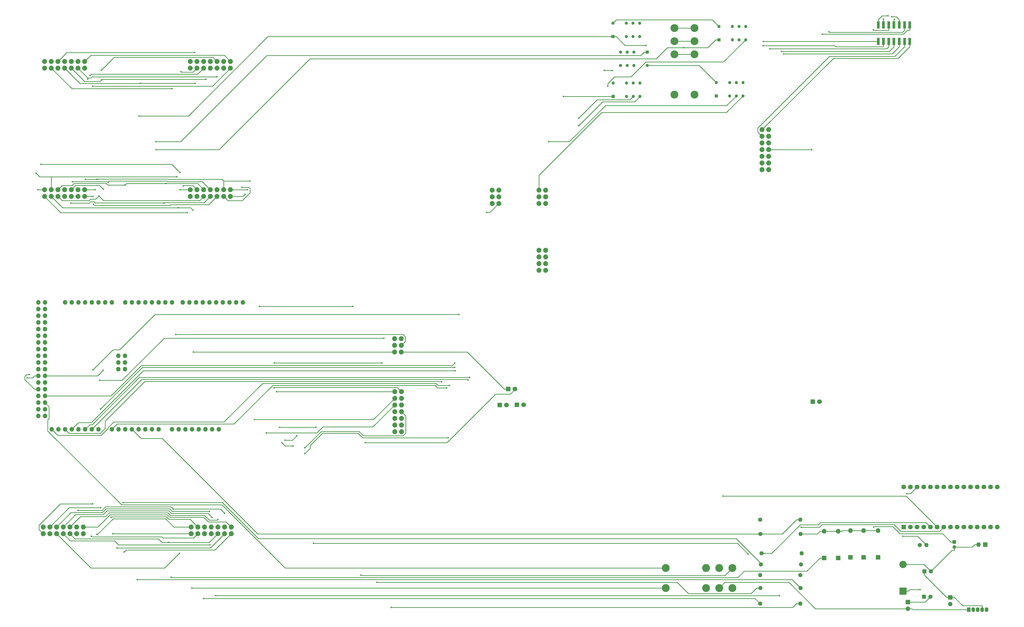
<source format=gbr>
G04 #@! TF.FileFunction,Copper,L1,Top,Signal*
%FSLAX46Y46*%
G04 Gerber Fmt 4.6, Leading zero omitted, Abs format (unit mm)*
G04 Created by KiCad (PCBNEW 4.0.6) date 02/28/20 07:27:54*
%MOMM*%
%LPD*%
G01*
G04 APERTURE LIST*
%ADD10C,0.100000*%
%ADD11O,1.727200X1.727200*%
%ADD12C,1.879600*%
%ADD13R,1.600000X1.600000*%
%ADD14C,1.600000*%
%ADD15R,1.800000X1.800000*%
%ADD16C,1.800000*%
%ADD17O,1.800000X1.800000*%
%ADD18R,2.800000X2.800000*%
%ADD19O,2.800000X2.800000*%
%ADD20R,1.200000X1.200000*%
%ADD21C,1.200000*%
%ADD22R,1.700000X1.700000*%
%ADD23O,1.700000X1.700000*%
%ADD24R,1.350000X1.350000*%
%ADD25O,1.350000X1.350000*%
%ADD26C,3.000000*%
%ADD27R,1.350000X1.800000*%
%ADD28O,1.350000X1.800000*%
%ADD29O,1.600000X1.600000*%
%ADD30R,1.000000X2.750000*%
%ADD31C,0.600000*%
%ADD32C,0.250000*%
G04 APERTURE END LIST*
D10*
D11*
X163932000Y-219456000D03*
X161392000Y-219456000D03*
X161392000Y-216916000D03*
X163932000Y-216916000D03*
X161392000Y-214376000D03*
X176759000Y-242316000D03*
X181839000Y-242316000D03*
X184379000Y-242316000D03*
X186919000Y-242316000D03*
X189459000Y-242316000D03*
X191999000Y-242316000D03*
X194539000Y-242316000D03*
X197079000Y-242316000D03*
X141199000Y-194056000D03*
X143739000Y-194056000D03*
X146279000Y-194056000D03*
X148819000Y-194056000D03*
X151359000Y-194056000D03*
X153899000Y-194056000D03*
X156439000Y-194056000D03*
X158979000Y-194056000D03*
X164059000Y-194056000D03*
X166599000Y-194056000D03*
X169139000Y-194056000D03*
X171679000Y-194056000D03*
X174219000Y-194056000D03*
X176759000Y-194056000D03*
X179299000Y-194056000D03*
X181839000Y-194056000D03*
X201143000Y-194056000D03*
X185903000Y-194056000D03*
X188443000Y-194056000D03*
X190983000Y-194056000D03*
X208763000Y-194056000D03*
X206223000Y-194056000D03*
X203683000Y-194056000D03*
X198603000Y-194056000D03*
X196063000Y-194056000D03*
X193523000Y-194056000D03*
X199619000Y-242316000D03*
X174219000Y-242316000D03*
X171679000Y-242316000D03*
X169139000Y-242316000D03*
X166599000Y-242316000D03*
X164059000Y-242316000D03*
X161519000Y-242316000D03*
X158979000Y-242316000D03*
X153899000Y-242316000D03*
X151359000Y-242316000D03*
X148819000Y-242316000D03*
X146279000Y-242316000D03*
X143739000Y-242316000D03*
X141199000Y-242316000D03*
X138659000Y-242316000D03*
X136119000Y-242316000D03*
X133579000Y-194056000D03*
X131039000Y-194056000D03*
X133579000Y-196596000D03*
X131039000Y-196596000D03*
X133579000Y-199136000D03*
X131039000Y-199136000D03*
X133579000Y-201676000D03*
X131039000Y-201676000D03*
X133579000Y-204216000D03*
X131039000Y-204216000D03*
X133579000Y-206756000D03*
X131039000Y-206756000D03*
X133579000Y-209296000D03*
X131039000Y-209296000D03*
X133579000Y-211836000D03*
X131039000Y-211836000D03*
X133579000Y-214376000D03*
X131039000Y-214376000D03*
X133579000Y-216916000D03*
X131039000Y-216916000D03*
X133579000Y-219456000D03*
X131039000Y-219456000D03*
X133579000Y-221996000D03*
X131039000Y-221996000D03*
X133579000Y-224536000D03*
X131039000Y-224536000D03*
X133579000Y-227076000D03*
X131039000Y-227076000D03*
X133579000Y-229616000D03*
X131039000Y-229616000D03*
X133579000Y-232156000D03*
X131039000Y-232156000D03*
X133579000Y-234696000D03*
X131039000Y-234696000D03*
X133579000Y-237236000D03*
X131039000Y-237236000D03*
X163932000Y-214376000D03*
D12*
X133400000Y-102400000D03*
X133400000Y-104940000D03*
X135940000Y-102400000D03*
X135940000Y-104940000D03*
X138480000Y-102400000D03*
X138480000Y-104940000D03*
X141020000Y-102400000D03*
X141020000Y-104940000D03*
X143560000Y-102400000D03*
X143560000Y-104940000D03*
X146100000Y-102400000D03*
X146100000Y-104940000D03*
X148640000Y-102400000D03*
X148640000Y-104940000D03*
X188800000Y-102400000D03*
X188800000Y-104940000D03*
X191340000Y-102400000D03*
X191340000Y-104940000D03*
X193880000Y-102400000D03*
X193880000Y-104940000D03*
X196420000Y-102400000D03*
X196420000Y-104940000D03*
X198960000Y-102400000D03*
X198960000Y-104940000D03*
X201500000Y-102400000D03*
X201500000Y-104940000D03*
X204040000Y-102400000D03*
X204040000Y-104940000D03*
X188800000Y-151200000D03*
X188800000Y-153740000D03*
X191340000Y-151200000D03*
X191340000Y-153740000D03*
X193880000Y-151200000D03*
X193880000Y-153740000D03*
X196420000Y-151200000D03*
X196420000Y-153740000D03*
X198960000Y-151200000D03*
X198960000Y-153740000D03*
X201500000Y-151200000D03*
X201500000Y-153740000D03*
X204040000Y-151200000D03*
X204040000Y-153740000D03*
X133400000Y-151200000D03*
X133400000Y-153740000D03*
X135940000Y-151200000D03*
X135940000Y-153740000D03*
X138480000Y-151200000D03*
X138480000Y-153740000D03*
X141020000Y-151200000D03*
X141020000Y-153740000D03*
X143560000Y-151200000D03*
X143560000Y-153740000D03*
X146100000Y-151200000D03*
X146100000Y-153740000D03*
X148640000Y-151200000D03*
X148640000Y-153740000D03*
X148100000Y-282000000D03*
X148100000Y-279460000D03*
X145560000Y-282000000D03*
X145560000Y-279460000D03*
X143020000Y-282000000D03*
X143020000Y-279460000D03*
X140480000Y-282000000D03*
X140480000Y-279460000D03*
X137940000Y-282000000D03*
X137940000Y-279460000D03*
X135400000Y-282000000D03*
X135400000Y-279460000D03*
X132860000Y-282000000D03*
X132860000Y-279460000D03*
X204343000Y-282000000D03*
X204343000Y-279460000D03*
X201803000Y-282000000D03*
X201803000Y-279460000D03*
X199263000Y-282000000D03*
X199263000Y-279460000D03*
X196723000Y-282000000D03*
X196723000Y-279460000D03*
X194183000Y-282000000D03*
X194183000Y-279460000D03*
X191643000Y-282000000D03*
X191643000Y-279460000D03*
X189103000Y-282000000D03*
X189103000Y-279460000D03*
X269000000Y-243200000D03*
X266460000Y-243200000D03*
X269000000Y-240660000D03*
X266460000Y-240660000D03*
X269000000Y-238120000D03*
X266460000Y-238120000D03*
X269000000Y-235580000D03*
X266460000Y-235580000D03*
X269000000Y-233040000D03*
X266460000Y-233040000D03*
X269000000Y-230500000D03*
X266460000Y-230500000D03*
X269000000Y-227960000D03*
X266460000Y-227960000D03*
X408600000Y-143600000D03*
X406060000Y-143600000D03*
X408600000Y-141060000D03*
X406060000Y-141060000D03*
X408600000Y-138520000D03*
X406060000Y-138520000D03*
X408600000Y-135980000D03*
X406060000Y-135980000D03*
X408600000Y-133440000D03*
X406060000Y-133440000D03*
X408600000Y-130900000D03*
X406060000Y-130900000D03*
X408600000Y-128360000D03*
X406060000Y-128360000D03*
X323800000Y-156400000D03*
X321260000Y-156400000D03*
X323800000Y-153860000D03*
X321260000Y-153860000D03*
X323800000Y-151320000D03*
X321260000Y-151320000D03*
X306000000Y-156400000D03*
X303460000Y-156400000D03*
X306000000Y-153860000D03*
X303460000Y-153860000D03*
X306000000Y-151320000D03*
X303460000Y-151320000D03*
X323800000Y-181800000D03*
X321260000Y-181800000D03*
X323800000Y-179260000D03*
X321260000Y-179260000D03*
X323800000Y-176720000D03*
X321260000Y-176720000D03*
X323800000Y-174180000D03*
X321260000Y-174180000D03*
D13*
X467538000Y-305918000D03*
D14*
X470038000Y-305918000D03*
D13*
X467716000Y-296316000D03*
D14*
X470216000Y-296316000D03*
D15*
X312852000Y-232995000D03*
D16*
X315392000Y-232995000D03*
D15*
X429616000Y-291236000D03*
D17*
X429616000Y-281076000D03*
D15*
X434975000Y-291186000D03*
D17*
X434975000Y-281026000D03*
D15*
X450113000Y-290957000D03*
D17*
X450113000Y-280797000D03*
D15*
X444627000Y-290957000D03*
D17*
X444627000Y-280797000D03*
D15*
X425298000Y-231800000D03*
D16*
X427838000Y-231800000D03*
D18*
X459613000Y-303809000D03*
D19*
X459613000Y-293649000D03*
D15*
X439598000Y-290957000D03*
D17*
X439598000Y-280797000D03*
D15*
X309601000Y-226924000D03*
D16*
X312141000Y-226924000D03*
D15*
X306350000Y-233071000D03*
D16*
X308890000Y-233071000D03*
D20*
X388622000Y-115519000D03*
D21*
X388622000Y-110439000D03*
X393702000Y-115519000D03*
X398782000Y-110439000D03*
X396242000Y-115519000D03*
X398782000Y-115519000D03*
X393702000Y-110439000D03*
X396242000Y-110439000D03*
D20*
X349455000Y-115748000D03*
D21*
X349455000Y-110668000D03*
X354535000Y-115748000D03*
X359615000Y-110668000D03*
X357075000Y-115748000D03*
X359615000Y-115748000D03*
X354535000Y-110668000D03*
X357075000Y-110668000D03*
D20*
X362431000Y-98882000D03*
D21*
X362431000Y-103962000D03*
X357351000Y-98882000D03*
X352271000Y-103962000D03*
X354811000Y-98882000D03*
X352271000Y-98882000D03*
X357351000Y-103962000D03*
X354811000Y-103962000D03*
D20*
X349404000Y-92964000D03*
D21*
X349404000Y-87884000D03*
X354484000Y-92964000D03*
X359564000Y-87884000D03*
X357024000Y-92964000D03*
X359564000Y-92964000D03*
X354484000Y-87884000D03*
X357024000Y-87884000D03*
D20*
X389638000Y-94183200D03*
D21*
X389638000Y-89103200D03*
X394718000Y-94183200D03*
X399798000Y-89103200D03*
X397258000Y-94183200D03*
X399798000Y-94183200D03*
X394718000Y-89103200D03*
X397258000Y-89103200D03*
D22*
X477596000Y-306172000D03*
D23*
X477596000Y-308712000D03*
D15*
X459892000Y-279476000D03*
D16*
X462432000Y-279476000D03*
X464972000Y-279476000D03*
X467512000Y-279476000D03*
X470052000Y-279476000D03*
X472592000Y-279476000D03*
X475132000Y-279476000D03*
X477672000Y-279476000D03*
X480212000Y-279476000D03*
X482752000Y-279476000D03*
X485292000Y-279476000D03*
X487832000Y-279476000D03*
X490372000Y-279476000D03*
X492912000Y-279476000D03*
X495452000Y-279476000D03*
X495452000Y-264236000D03*
X492912000Y-264236000D03*
X490372000Y-264236000D03*
X487832000Y-264236000D03*
X485292000Y-264236000D03*
X482752000Y-264236000D03*
X480212000Y-264236000D03*
X477672000Y-264236000D03*
X475132000Y-264236000D03*
X472592000Y-264236000D03*
X470052000Y-264236000D03*
X467512000Y-264236000D03*
X464972000Y-264236000D03*
X462432000Y-264236000D03*
X459892000Y-264236000D03*
D24*
X479069000Y-285090000D03*
D25*
X479069000Y-287090000D03*
D26*
X372720000Y-115011000D03*
X380340000Y-115011000D03*
X372720000Y-94691000D03*
X380340000Y-89691000D03*
X380340000Y-99691000D03*
X372720000Y-99691000D03*
X380340000Y-94691000D03*
X372720000Y-89691000D03*
D27*
X484556000Y-310896000D03*
D28*
X486256000Y-310896000D03*
X487956000Y-310896000D03*
X489656000Y-310896000D03*
X491356000Y-310896000D03*
D22*
X490880000Y-286131000D03*
D23*
X488340000Y-286131000D03*
D14*
X465988000Y-286334000D03*
D29*
X468528000Y-286334000D03*
D22*
X461518000Y-307950000D03*
D23*
X461518000Y-310490000D03*
D30*
X450184000Y-88543600D03*
X450184000Y-94793600D03*
X452184000Y-88543600D03*
X452184000Y-94793600D03*
X454184000Y-88543600D03*
X454184000Y-94793600D03*
X456184000Y-88543600D03*
X456184000Y-94793600D03*
X458184000Y-88543600D03*
X458184000Y-94793600D03*
X460184000Y-88543600D03*
X460184000Y-94793600D03*
X462184000Y-88543600D03*
X462184000Y-94793600D03*
D14*
X405308000Y-308559000D03*
D29*
X420548000Y-308559000D03*
D14*
X405587000Y-293649000D03*
D29*
X420827000Y-293649000D03*
D14*
X405867000Y-289458000D03*
D29*
X421107000Y-289458000D03*
D14*
X420675000Y-302692000D03*
D29*
X405435000Y-302692000D03*
D14*
X420548000Y-297739000D03*
D29*
X405308000Y-297739000D03*
D12*
X268986000Y-212877000D03*
X266446000Y-212877000D03*
X268986000Y-210337000D03*
X266446000Y-210337000D03*
X268986000Y-207797000D03*
X266446000Y-207797000D03*
D26*
X369443000Y-295021000D03*
X369443000Y-302641000D03*
X389763000Y-295021000D03*
X394763000Y-302641000D03*
X384763000Y-302641000D03*
X384763000Y-295021000D03*
X389763000Y-302641000D03*
X394763000Y-295021000D03*
D14*
X405435000Y-282118000D03*
D29*
X420675000Y-282118000D03*
D14*
X405359000Y-276657000D03*
D29*
X420599000Y-276657000D03*
D31*
X459528600Y-282900500D03*
X265144400Y-310010400D03*
X181510600Y-298495800D03*
X175751500Y-132911900D03*
X127631900Y-221480000D03*
X330610200Y-115748000D03*
X289280300Y-217085200D03*
X361997500Y-96284600D03*
X169251800Y-123123100D03*
X126794100Y-222692900D03*
X466121000Y-303253300D03*
X376340000Y-97191000D03*
X175771700Y-135924800D03*
X155631900Y-219870200D03*
X259691100Y-300452700D03*
X255253000Y-247386300D03*
X286840500Y-245546900D03*
X232290700Y-251555700D03*
X235571500Y-285663400D03*
X400779300Y-289769200D03*
X130885300Y-151200000D03*
X184878300Y-151200000D03*
X132042300Y-141499000D03*
X184878300Y-144669300D03*
X163591400Y-288973700D03*
X227900900Y-248666500D03*
X223671100Y-247480700D03*
X187693300Y-159868400D03*
X160888600Y-287401800D03*
X186145300Y-149780700D03*
X236481000Y-241559400D03*
X222682800Y-241559400D03*
X183663200Y-146251600D03*
X130162400Y-144882700D03*
X201803000Y-274181100D03*
X146098700Y-273068900D03*
X182298800Y-272598200D03*
X185239800Y-106333400D03*
X181785400Y-112773700D03*
X184292400Y-158060100D03*
X189809300Y-158949000D03*
X180432400Y-285282200D03*
X163994600Y-149448900D03*
X190489800Y-99009800D03*
X179552800Y-148852600D03*
X199263000Y-276588500D03*
X154034600Y-153536100D03*
X150662600Y-107784500D03*
X229254400Y-244763000D03*
X224738000Y-246405600D03*
X157647900Y-148290000D03*
X143966400Y-148102300D03*
X232281600Y-249351200D03*
X196227600Y-286237600D03*
X197067100Y-275830600D03*
X143402800Y-156230500D03*
X190645800Y-110714200D03*
X178742500Y-156232500D03*
X169769500Y-110714200D03*
X155013000Y-105713700D03*
X155731300Y-151046200D03*
X250555200Y-195511800D03*
X215015300Y-195511800D03*
X184577100Y-289475300D03*
X196078500Y-273523500D03*
X194719800Y-109180200D03*
X155027500Y-109405800D03*
X151924200Y-156721200D03*
X217625500Y-243641800D03*
X211495900Y-147875400D03*
X151136200Y-282965100D03*
X148848000Y-147176900D03*
X153351800Y-147176900D03*
X261570000Y-217055300D03*
X220710300Y-217055300D03*
X154724200Y-272130300D03*
X158674500Y-275730400D03*
X198929200Y-108220000D03*
X208420600Y-150223400D03*
X213168100Y-238581800D03*
X149795600Y-109122200D03*
X210523600Y-151200000D03*
X220640300Y-226521400D03*
X152632000Y-151200000D03*
X151703200Y-270662800D03*
X159281800Y-282000000D03*
X209591500Y-152921000D03*
X153282600Y-282249500D03*
X221571500Y-227960000D03*
X151881700Y-153740000D03*
X151676200Y-111785700D03*
X453947000Y-85028700D03*
X406553100Y-94793600D03*
X452183900Y-86359600D03*
X406445800Y-96407000D03*
X448328100Y-90364000D03*
X409088000Y-97552400D03*
X424924700Y-135980000D03*
X456288700Y-86360100D03*
X413391100Y-98597200D03*
X455408300Y-85396500D03*
X414273200Y-99522600D03*
X431485900Y-91118300D03*
X428966300Y-92044500D03*
X448397000Y-279462300D03*
X301373500Y-159846200D03*
X286253200Y-226559100D03*
X287202600Y-225632500D03*
X290882200Y-198570800D03*
X151745800Y-219689100D03*
X284312200Y-224282200D03*
X289409500Y-220041800D03*
X262372100Y-207662400D03*
X154352900Y-223697200D03*
X294947100Y-222594000D03*
X294313500Y-223547500D03*
X289280300Y-218730900D03*
X154679300Y-234624900D03*
X324906600Y-132911900D03*
X347435800Y-111799000D03*
X346073000Y-105812200D03*
X349146400Y-105894500D03*
X336347600Y-126871800D03*
X336431600Y-123933800D03*
X391245600Y-267725500D03*
X420934600Y-279528100D03*
X412712100Y-305574900D03*
X198384300Y-305574900D03*
X168622000Y-299427200D03*
X193812100Y-306603100D03*
X163216700Y-270106300D03*
X461080800Y-266800200D03*
X189913600Y-212877000D03*
X183253800Y-206210800D03*
X253632500Y-297723800D03*
X189320200Y-302641000D03*
D32*
X463399300Y-310896000D02*
X462993300Y-310490000D01*
X484556000Y-310896000D02*
X463399300Y-310896000D01*
X461518000Y-310490000D02*
X462993300Y-310490000D01*
X391907500Y-300496500D02*
X389763000Y-302641000D01*
X416277500Y-300496500D02*
X391907500Y-300496500D01*
X426271000Y-310490000D02*
X416277500Y-300496500D01*
X461518000Y-310490000D02*
X426271000Y-310490000D01*
X482270000Y-309370700D02*
X479071300Y-306172000D01*
X489656000Y-309370700D02*
X482270000Y-309370700D01*
X489656000Y-310896000D02*
X489656000Y-309370700D01*
X380340000Y-94691000D02*
X372720000Y-94691000D01*
X478333700Y-306172000D02*
X479071300Y-306172000D01*
X478333700Y-306172000D02*
X477596000Y-306172000D01*
X476120700Y-306146000D02*
X467716000Y-297741300D01*
X476120700Y-306172000D02*
X476120700Y-306146000D01*
X477596000Y-306172000D02*
X476120700Y-306172000D01*
X467716000Y-296316000D02*
X467716000Y-297741300D01*
X465094500Y-282900500D02*
X459528600Y-282900500D01*
X468528000Y-286334000D02*
X465094500Y-282900500D01*
X417671300Y-310010400D02*
X265144400Y-310010400D01*
X419122700Y-308559000D02*
X417671300Y-310010400D01*
X420548000Y-308559000D02*
X419122700Y-308559000D01*
X429616000Y-291236000D02*
X428090700Y-291236000D01*
X423067100Y-296259600D02*
X428090700Y-291236000D01*
X399273100Y-296259600D02*
X423067100Y-296259600D01*
X396855800Y-298676900D02*
X399273100Y-296259600D01*
X181691700Y-298676900D02*
X396855800Y-298676900D01*
X181510600Y-298495800D02*
X181691700Y-298676900D01*
X185085300Y-132911900D02*
X175751500Y-132911900D01*
X217889900Y-100107300D02*
X185085300Y-132911900D01*
X359980400Y-100107300D02*
X217889900Y-100107300D01*
X361205700Y-98882000D02*
X359980400Y-100107300D01*
X131039000Y-227076000D02*
X129550100Y-227076000D01*
X362431000Y-98882000D02*
X361205700Y-98882000D01*
X126630800Y-221480000D02*
X127631900Y-221480000D01*
X125852200Y-222258600D02*
X126630800Y-221480000D01*
X125852200Y-223378100D02*
X125852200Y-222258600D01*
X129550100Y-227076000D02*
X125852200Y-223378100D01*
X349455000Y-115748000D02*
X330610200Y-115748000D01*
X288384900Y-217980600D02*
X289280300Y-217085200D01*
X170262300Y-217980600D02*
X288384900Y-217980600D01*
X158626900Y-229616000D02*
X170262300Y-217980600D01*
X133579000Y-229616000D02*
X158626900Y-229616000D01*
X353949900Y-96284600D02*
X361997500Y-96284600D01*
X350629300Y-92964000D02*
X353949900Y-96284600D01*
X350016700Y-92964000D02*
X350629300Y-92964000D01*
X350016700Y-92964000D02*
X349404000Y-92964000D01*
X128853200Y-222692900D02*
X129550100Y-221996000D01*
X126794100Y-222692900D02*
X128853200Y-222692900D01*
X131039000Y-221996000D02*
X129550100Y-221996000D01*
X188070500Y-123123100D02*
X169251800Y-123123100D01*
X218229600Y-92964000D02*
X188070500Y-123123100D01*
X349404000Y-92964000D02*
X218229600Y-92964000D01*
X462194000Y-303253300D02*
X461638300Y-303809000D01*
X466121000Y-303253300D02*
X462194000Y-303253300D01*
X459613000Y-303809000D02*
X461638300Y-303809000D01*
X389638000Y-94183200D02*
X388412700Y-94183200D01*
X385404900Y-97191000D02*
X376340000Y-97191000D01*
X388412700Y-94183200D02*
X385404900Y-97191000D01*
X199665900Y-135924800D02*
X175771700Y-135924800D01*
X234196300Y-101394400D02*
X199665900Y-135924800D01*
X365805100Y-101394400D02*
X234196300Y-101394400D01*
X370008500Y-97191000D02*
X365805100Y-101394400D01*
X376340000Y-97191000D02*
X370008500Y-97191000D01*
X153506100Y-221996000D02*
X155631900Y-219870200D01*
X133579000Y-221996000D02*
X153506100Y-221996000D01*
X405435000Y-302692000D02*
X404009700Y-302692000D01*
X312141000Y-227176700D02*
X312141000Y-226924000D01*
X310372800Y-228944900D02*
X312141000Y-227176700D01*
X304751100Y-228944900D02*
X310372800Y-228944900D01*
X286309700Y-247386300D02*
X304751100Y-228944900D01*
X255253000Y-247386300D02*
X286309700Y-247386300D01*
X373760300Y-300452700D02*
X259691100Y-300452700D01*
X378103100Y-304795500D02*
X373760300Y-300452700D01*
X401906200Y-304795500D02*
X378103100Y-304795500D01*
X404009700Y-302692000D02*
X401906200Y-304795500D01*
X396673500Y-285663400D02*
X400779300Y-289769200D01*
X235571500Y-285663400D02*
X396673500Y-285663400D01*
X234276200Y-249570200D02*
X232290700Y-251555700D01*
X234276200Y-248505000D02*
X234276200Y-249570200D01*
X238933600Y-243847600D02*
X234276200Y-248505000D01*
X252494600Y-243847600D02*
X238933600Y-243847600D01*
X254193900Y-245546900D02*
X252494600Y-243847600D01*
X286840500Y-245546900D02*
X254193900Y-245546900D01*
X133400000Y-151200000D02*
X130885300Y-151200000D01*
X184878300Y-151200000D02*
X188800000Y-151200000D01*
X181708000Y-141499000D02*
X132042300Y-141499000D01*
X184878300Y-144669300D02*
X181708000Y-141499000D01*
X164412900Y-288152200D02*
X163591400Y-288973700D01*
X198190800Y-288152200D02*
X164412900Y-288152200D01*
X204343000Y-282000000D02*
X198190800Y-288152200D01*
X224856900Y-248666500D02*
X223671100Y-247480700D01*
X227900900Y-248666500D02*
X224856900Y-248666500D01*
X153636400Y-279460000D02*
X148100000Y-279460000D01*
X158313300Y-274783100D02*
X153636400Y-279460000D01*
X179991700Y-274783100D02*
X158313300Y-274783100D01*
X180983000Y-275774400D02*
X179991700Y-274783100D01*
X193885500Y-275774400D02*
X180983000Y-275774400D01*
X195660200Y-277549100D02*
X193885500Y-275774400D01*
X202432100Y-277549100D02*
X195660200Y-277549100D01*
X204343000Y-279460000D02*
X202432100Y-277549100D01*
X139528400Y-159868400D02*
X133400000Y-153740000D01*
X187693300Y-159868400D02*
X139528400Y-159868400D01*
X189742900Y-149602900D02*
X191340000Y-151200000D01*
X186323100Y-149602900D02*
X189742900Y-149602900D01*
X186145300Y-149780700D02*
X186323100Y-149602900D01*
X236481000Y-241559400D02*
X222682800Y-241559400D01*
X196401200Y-287401800D02*
X201803000Y-282000000D01*
X160888600Y-287401800D02*
X196401200Y-287401800D01*
X135940000Y-146290100D02*
X135940000Y-151200000D01*
X135978500Y-146251600D02*
X135940000Y-146290100D01*
X183663200Y-146251600D02*
X135978500Y-146251600D01*
X131569800Y-146290100D02*
X130162400Y-144882700D01*
X135940000Y-146290100D02*
X131569800Y-146290100D01*
X185411600Y-106505200D02*
X185239800Y-106333400D01*
X189774800Y-106505200D02*
X185411600Y-106505200D01*
X191340000Y-104940000D02*
X189774800Y-106505200D01*
X143773700Y-112773700D02*
X181785400Y-112773700D01*
X135940000Y-104940000D02*
X143773700Y-112773700D01*
X188920400Y-158060100D02*
X189809300Y-158949000D01*
X184292400Y-158060100D02*
X188920400Y-158060100D01*
X200220100Y-272598200D02*
X182298800Y-272598200D01*
X201803000Y-274181100D02*
X200220100Y-272598200D01*
X155199600Y-273068900D02*
X146098700Y-273068900D01*
X156486600Y-271781900D02*
X155199600Y-273068900D01*
X181482500Y-271781900D02*
X156486600Y-271781900D01*
X182298800Y-272598200D02*
X181482500Y-271781900D01*
X140260100Y-158060100D02*
X135940000Y-153740000D01*
X184292400Y-158060100D02*
X140260100Y-158060100D01*
X141870200Y-99009800D02*
X190489800Y-99009800D01*
X138480000Y-102400000D02*
X141870200Y-99009800D01*
X195980800Y-285282200D02*
X180432400Y-285282200D01*
X199263000Y-282000000D02*
X195980800Y-285282200D01*
X191532600Y-148852600D02*
X193880000Y-151200000D01*
X179552800Y-148852600D02*
X191532600Y-148852600D01*
X157498100Y-149448900D02*
X163994600Y-149448900D01*
X156901800Y-148852600D02*
X157498100Y-149448900D01*
X144599100Y-148852600D02*
X156901800Y-148852600D01*
X143848800Y-149602900D02*
X144599100Y-148852600D01*
X140077100Y-149602900D02*
X143848800Y-149602900D01*
X138480000Y-151200000D02*
X140077100Y-149602900D01*
X164590900Y-148852600D02*
X179552800Y-148852600D01*
X163994600Y-149448900D02*
X164590900Y-148852600D01*
X177979200Y-285282200D02*
X180432400Y-285282200D01*
X176622100Y-283925100D02*
X177979200Y-285282200D01*
X144945100Y-283925100D02*
X176622100Y-283925100D01*
X143020000Y-282000000D02*
X144945100Y-283925100D01*
X151167200Y-107279900D02*
X150662600Y-107784500D01*
X191540100Y-107279900D02*
X151167200Y-107279900D01*
X193880000Y-104940000D02*
X191540100Y-107279900D01*
X155805700Y-155307200D02*
X154034600Y-153536100D01*
X192312800Y-155307200D02*
X155805700Y-155307200D01*
X193880000Y-153740000D02*
X192312800Y-155307200D01*
X227611800Y-246405600D02*
X224738000Y-246405600D01*
X229254400Y-244763000D02*
X227611800Y-246405600D01*
X146985100Y-275494900D02*
X143020000Y-279460000D01*
X156540400Y-275494900D02*
X146985100Y-275494900D01*
X158002500Y-274032800D02*
X156540400Y-275494900D01*
X180302500Y-274032800D02*
X158002500Y-274032800D01*
X181293800Y-275024100D02*
X180302500Y-274032800D01*
X194201500Y-275024100D02*
X181293800Y-275024100D01*
X195976200Y-276798800D02*
X194201500Y-275024100D01*
X199052700Y-276798800D02*
X195976200Y-276798800D01*
X199263000Y-276588500D02*
X199052700Y-276798800D01*
X140045100Y-155305100D02*
X138480000Y-153740000D01*
X150297100Y-155305100D02*
X140045100Y-155305100D01*
X150893400Y-154708800D02*
X150297100Y-155305100D01*
X152861900Y-154708800D02*
X150893400Y-154708800D01*
X154034600Y-153536100D02*
X152861900Y-154708800D01*
X157460200Y-148102300D02*
X157647900Y-148290000D01*
X143966400Y-148102300D02*
X157460200Y-148102300D01*
X238535500Y-243097300D02*
X232281600Y-249351200D01*
X252869700Y-243097300D02*
X238535500Y-243097300D01*
X254555800Y-244783400D02*
X252869700Y-243097300D01*
X269630500Y-244783400D02*
X254555800Y-244783400D01*
X270610100Y-243803800D02*
X269630500Y-244783400D01*
X270610100Y-237190100D02*
X270610100Y-243803800D01*
X269000000Y-235580000D02*
X270610100Y-237190100D01*
X158063700Y-147874200D02*
X157647900Y-148290000D01*
X179936100Y-147874200D02*
X158063700Y-147874200D01*
X180164200Y-148102300D02*
X179936100Y-147874200D01*
X193322300Y-148102300D02*
X180164200Y-148102300D01*
X196420000Y-151200000D02*
X193322300Y-148102300D01*
X161515700Y-286237600D02*
X196227600Y-286237600D01*
X159953500Y-284675400D02*
X161515700Y-286237600D01*
X143155400Y-284675400D02*
X159953500Y-284675400D01*
X140480000Y-282000000D02*
X143155400Y-284675400D01*
X169769500Y-110714200D02*
X190645800Y-110714200D01*
X178742500Y-156191300D02*
X178742500Y-156232500D01*
X178793100Y-156140700D02*
X178742500Y-156191300D01*
X194019300Y-156140700D02*
X178793100Y-156140700D01*
X196420000Y-153740000D02*
X194019300Y-156140700D01*
X145195400Y-274744600D02*
X140480000Y-279460000D01*
X155646100Y-274744600D02*
X145195400Y-274744600D01*
X157108200Y-273282500D02*
X155646100Y-274744600D01*
X180613300Y-273282500D02*
X157108200Y-273282500D01*
X181604600Y-274273800D02*
X180613300Y-273282500D01*
X195510300Y-274273800D02*
X181604600Y-274273800D01*
X197067100Y-275830600D02*
X195510300Y-274273800D01*
X150432900Y-156230500D02*
X143402800Y-156230500D01*
X150872600Y-155790800D02*
X150432900Y-156230500D01*
X152302400Y-155790800D02*
X150872600Y-155790800D01*
X152702900Y-156191300D02*
X152302400Y-155790800D01*
X178742500Y-156191300D02*
X152702900Y-156191300D01*
X169685900Y-110797800D02*
X169769500Y-110714200D01*
X146877800Y-110797800D02*
X169685900Y-110797800D01*
X141020000Y-104940000D02*
X146877800Y-110797800D01*
X159910200Y-100816500D02*
X155013000Y-105713700D01*
X197376500Y-100816500D02*
X159910200Y-100816500D01*
X198960000Y-102400000D02*
X197376500Y-100816500D01*
X145157100Y-149602900D02*
X143560000Y-151200000D01*
X154288000Y-149602900D02*
X145157100Y-149602900D01*
X155731300Y-151046200D02*
X154288000Y-149602900D01*
X250555200Y-195511800D02*
X215015300Y-195511800D01*
X179003300Y-295049100D02*
X184577100Y-289475300D01*
X150989100Y-295049100D02*
X179003300Y-295049100D01*
X137940000Y-282000000D02*
X150989100Y-295049100D01*
X155253100Y-109180200D02*
X155027500Y-109405800D01*
X194719800Y-109180200D02*
X155253100Y-109180200D01*
X236868700Y-243641800D02*
X217625500Y-243641800D01*
X239125900Y-241384600D02*
X236868700Y-243641800D01*
X258115400Y-241384600D02*
X239125900Y-241384600D01*
X266460000Y-233040000D02*
X258115400Y-241384600D01*
X143405700Y-273994300D02*
X137940000Y-279460000D01*
X155335300Y-273994300D02*
X143405700Y-273994300D01*
X156797400Y-272532200D02*
X155335300Y-273994300D01*
X180924100Y-272532200D02*
X156797400Y-272532200D01*
X181915400Y-273523500D02*
X180924100Y-272532200D01*
X196078500Y-273523500D02*
X181915400Y-273523500D01*
X152360800Y-157157800D02*
X151924200Y-156721200D01*
X181083500Y-157157800D02*
X152360800Y-157157800D01*
X181350300Y-156891000D02*
X181083500Y-157157800D01*
X195809000Y-156891000D02*
X181350300Y-156891000D01*
X198960000Y-153740000D02*
X195809000Y-156891000D01*
X154385800Y-110047500D02*
X155027500Y-109405800D01*
X148667500Y-110047500D02*
X154385800Y-110047500D01*
X143560000Y-104940000D02*
X148667500Y-110047500D01*
X201500000Y-151200000D02*
X201500000Y-147875400D01*
X201500000Y-147875400D02*
X211495900Y-147875400D01*
X153351800Y-147176900D02*
X148848000Y-147176900D01*
X261570000Y-217055300D02*
X220710300Y-217055300D01*
X153404800Y-147123900D02*
X153351800Y-147176900D01*
X180246900Y-147123900D02*
X153404800Y-147123900D01*
X180299900Y-147176900D02*
X180246900Y-147123900D01*
X200801500Y-147176900D02*
X180299900Y-147176900D01*
X201500000Y-147875400D02*
X200801500Y-147176900D01*
X151345900Y-283174800D02*
X151136200Y-282965100D01*
X178039200Y-283174800D02*
X151345900Y-283174800D01*
X178441700Y-283577300D02*
X178039200Y-283174800D01*
X190065700Y-283577300D02*
X178441700Y-283577300D01*
X191643000Y-282000000D02*
X190065700Y-283577300D01*
X142729700Y-272130300D02*
X135400000Y-279460000D01*
X154724200Y-272130300D02*
X142729700Y-272130300D01*
X210880600Y-150223400D02*
X208420600Y-150223400D01*
X211463900Y-150806700D02*
X210880600Y-150223400D01*
X211463900Y-152364500D02*
X211463900Y-150806700D01*
X208508400Y-155320000D02*
X211463900Y-152364500D01*
X203080000Y-155320000D02*
X208508400Y-155320000D01*
X201500000Y-153740000D02*
X203080000Y-155320000D01*
X258378200Y-238581800D02*
X213168100Y-238581800D01*
X266460000Y-230500000D02*
X258378200Y-238581800D01*
X158871500Y-275533400D02*
X158674500Y-275730400D01*
X179680900Y-275533400D02*
X158871500Y-275533400D01*
X180672200Y-276524700D02*
X179680900Y-275533400D01*
X188707700Y-276524700D02*
X180672200Y-276524700D01*
X191643000Y-279460000D02*
X188707700Y-276524700D01*
X149795600Y-108709800D02*
X149795600Y-109122200D01*
X151045900Y-108709800D02*
X149795600Y-108709800D01*
X151535700Y-108220000D02*
X151045900Y-108709800D01*
X198929200Y-108220000D02*
X151535700Y-108220000D01*
X146100000Y-105014200D02*
X146100000Y-104940000D01*
X149795600Y-108709800D02*
X146100000Y-105014200D01*
X204040000Y-151200000D02*
X210523600Y-151200000D01*
X148640000Y-151200000D02*
X152632000Y-151200000D01*
X150973800Y-100066200D02*
X148640000Y-102400000D01*
X201706200Y-100066200D02*
X150973800Y-100066200D01*
X204040000Y-102400000D02*
X201706200Y-100066200D01*
X220816200Y-226345500D02*
X220640300Y-226521400D01*
X267385500Y-226345500D02*
X220816200Y-226345500D01*
X269000000Y-227960000D02*
X267385500Y-226345500D01*
X139404400Y-270662800D02*
X151703200Y-270662800D01*
X131293700Y-278773500D02*
X139404400Y-270662800D01*
X131293700Y-280433700D02*
X131293700Y-278773500D01*
X132860000Y-282000000D02*
X131293700Y-280433700D01*
X189103000Y-282000000D02*
X159281800Y-282000000D01*
X208772500Y-153740000D02*
X209591500Y-152921000D01*
X204040000Y-153740000D02*
X208772500Y-153740000D01*
X148640000Y-153740000D02*
X151881700Y-153740000D01*
X266460000Y-227960000D02*
X221571500Y-227960000D01*
X197194300Y-111785700D02*
X151676200Y-111785700D01*
X204040000Y-104940000D02*
X197194300Y-111785700D01*
X153464200Y-282249500D02*
X153282600Y-282249500D01*
X159430000Y-276283700D02*
X153464200Y-282249500D01*
X179370100Y-276283700D02*
X159430000Y-276283700D01*
X182546400Y-279460000D02*
X179370100Y-276283700D01*
X189103000Y-279460000D02*
X182546400Y-279460000D01*
X451698600Y-85028700D02*
X453947000Y-85028700D01*
X450184000Y-86543300D02*
X451698600Y-85028700D01*
X450184000Y-88543600D02*
X450184000Y-86543300D01*
X450184000Y-94793600D02*
X406553100Y-94793600D01*
X452184000Y-86359600D02*
X452183900Y-86359600D01*
X452184000Y-88543600D02*
X452184000Y-86359600D01*
X452184000Y-94793600D02*
X452184000Y-96793900D01*
X433738600Y-96407000D02*
X406445800Y-96407000D01*
X434125500Y-96793900D02*
X433738600Y-96407000D01*
X452184000Y-96793900D02*
X434125500Y-96793900D01*
X454184000Y-88543600D02*
X454184000Y-90543900D01*
X448508000Y-90543900D02*
X448328100Y-90364000D01*
X454184000Y-90543900D02*
X448508000Y-90543900D01*
X453425500Y-97552400D02*
X409088000Y-97552400D01*
X454184000Y-96793900D02*
X453425500Y-97552400D01*
X454184000Y-94793600D02*
X454184000Y-96793900D01*
X456184000Y-86464800D02*
X456184000Y-88543600D01*
X456288700Y-86360100D02*
X456184000Y-86464800D01*
X408600000Y-135980000D02*
X424924700Y-135980000D01*
X454380700Y-98597200D02*
X413391100Y-98597200D01*
X456184000Y-96793900D02*
X454380700Y-98597200D01*
X456184000Y-94793600D02*
X456184000Y-96793900D01*
X458184000Y-88543600D02*
X458184000Y-86543300D01*
X457037200Y-85396500D02*
X455408300Y-85396500D01*
X458184000Y-86543300D02*
X457037200Y-85396500D01*
X455455300Y-99522600D02*
X414273200Y-99522600D01*
X458184000Y-96793900D02*
X455455300Y-99522600D01*
X458184000Y-94793600D02*
X458184000Y-96793900D01*
X460184000Y-88543600D02*
X460184000Y-90543900D01*
X431661800Y-91294200D02*
X431485900Y-91118300D01*
X459433700Y-91294200D02*
X431661800Y-91294200D01*
X460184000Y-90543900D02*
X459433700Y-91294200D01*
X460184000Y-94793600D02*
X460184000Y-96793900D01*
X456469400Y-100508500D02*
X460184000Y-96793900D01*
X431688200Y-100508500D02*
X456469400Y-100508500D01*
X404447600Y-127749100D02*
X431688200Y-100508500D01*
X404447600Y-129287600D02*
X404447600Y-127749100D01*
X406060000Y-130900000D02*
X404447600Y-129287600D01*
X462184000Y-88543600D02*
X462184000Y-90543900D01*
X461245000Y-90543900D02*
X462184000Y-90543900D01*
X461245000Y-90544000D02*
X461245000Y-90543900D01*
X459744500Y-92044500D02*
X461245000Y-90544000D01*
X428966300Y-92044500D02*
X459744500Y-92044500D01*
X462184000Y-94793600D02*
X462184000Y-96793900D01*
X457719100Y-101258800D02*
X462184000Y-96793900D01*
X433161200Y-101258800D02*
X457719100Y-101258800D01*
X406060000Y-128360000D02*
X433161200Y-101258800D01*
X372720000Y-89691000D02*
X380340000Y-89691000D01*
X479069000Y-285090000D02*
X477768700Y-285090000D01*
X474651800Y-281973100D02*
X477768700Y-285090000D01*
X458430900Y-281973100D02*
X474651800Y-281973100D01*
X455729400Y-279271600D02*
X458430900Y-281973100D01*
X448587700Y-279271600D02*
X455729400Y-279271600D01*
X448397000Y-279462300D02*
X448587700Y-279271600D01*
X302553800Y-159846200D02*
X301373500Y-159846200D01*
X306000000Y-156400000D02*
X302553800Y-159846200D01*
X282778600Y-226559100D02*
X286253200Y-226559100D01*
X281814700Y-225595200D02*
X282778600Y-226559100D01*
X220051400Y-225595200D02*
X281814700Y-225595200D01*
X205349900Y-240296700D02*
X220051400Y-225595200D01*
X160998300Y-240296700D02*
X205349900Y-240296700D01*
X158979000Y-242316000D02*
X160998300Y-240296700D01*
X282913300Y-225632500D02*
X287202600Y-225632500D01*
X282125700Y-224844900D02*
X282913300Y-225632500D01*
X216250300Y-224844900D02*
X282125700Y-224844900D01*
X201591400Y-239503800D02*
X216250300Y-224844900D01*
X159671000Y-239503800D02*
X201591400Y-239503800D01*
X157490000Y-241684800D02*
X159671000Y-239503800D01*
X157490000Y-241954500D02*
X157490000Y-241684800D01*
X154882800Y-244561700D02*
X157490000Y-241954500D01*
X138364700Y-244561700D02*
X154882800Y-244561700D01*
X136119000Y-242316000D02*
X138364700Y-244561700D01*
X175391300Y-198570800D02*
X290882200Y-198570800D01*
X161897000Y-212065100D02*
X175391300Y-198570800D01*
X159369800Y-212065100D02*
X161897000Y-212065100D01*
X151745800Y-219689100D02*
X159369800Y-212065100D01*
X284124600Y-224094600D02*
X284312200Y-224282200D01*
X171472100Y-224094600D02*
X284124600Y-224094600D01*
X156439000Y-239127700D02*
X171472100Y-224094600D01*
X156439000Y-241904800D02*
X156439000Y-239127700D01*
X154532600Y-243811200D02*
X156439000Y-241904800D01*
X142694200Y-243811200D02*
X154532600Y-243811200D01*
X141199000Y-242316000D02*
X142694200Y-243811200D01*
X146302900Y-239752100D02*
X143739000Y-242316000D01*
X151175500Y-239752100D02*
X146302900Y-239752100D01*
X170885800Y-220041800D02*
X151175500Y-239752100D01*
X289409500Y-220041800D02*
X170885800Y-220041800D01*
X162795200Y-223697200D02*
X154352900Y-223697200D01*
X178830000Y-207662400D02*
X162795200Y-223697200D01*
X262372100Y-207662400D02*
X178830000Y-207662400D01*
X150632500Y-240502500D02*
X148819000Y-242316000D01*
X151486200Y-240502500D02*
X150632500Y-240502500D01*
X169394700Y-222594000D02*
X151486200Y-240502500D01*
X294947100Y-222594000D02*
X169394700Y-222594000D01*
X170330700Y-223344300D02*
X151359000Y-242316000D01*
X294110300Y-223344300D02*
X170330700Y-223344300D01*
X294313500Y-223547500D02*
X294110300Y-223344300D01*
X170573300Y-218730900D02*
X289280300Y-218730900D01*
X154679300Y-234624900D02*
X170573300Y-218730900D01*
X392586200Y-119174800D02*
X396242000Y-115519000D01*
X346563100Y-119174800D02*
X392586200Y-119174800D01*
X332826000Y-132911900D02*
X346563100Y-119174800D01*
X324906600Y-132911900D02*
X332826000Y-132911900D01*
X392476300Y-121824700D02*
X398782000Y-115519000D01*
X392476300Y-121824800D02*
X392476300Y-121824700D01*
X345111300Y-121824800D02*
X392476300Y-121824800D01*
X321260000Y-145676100D02*
X345111300Y-121824800D01*
X321260000Y-151320000D02*
X321260000Y-145676100D01*
X391390400Y-102590800D02*
X399798000Y-94183200D01*
X361940400Y-102590800D02*
X391390400Y-102590800D01*
X356249600Y-108281600D02*
X361940400Y-102590800D01*
X349996000Y-108281600D02*
X356249600Y-108281600D01*
X347435800Y-110841800D02*
X349996000Y-108281600D01*
X347435800Y-111799000D02*
X347435800Y-110841800D01*
X349064100Y-105812200D02*
X349146400Y-105894500D01*
X346073000Y-105812200D02*
X349064100Y-105812200D01*
X357639300Y-117723700D02*
X359615000Y-115748000D01*
X345495700Y-117723700D02*
X357639300Y-117723700D01*
X336347600Y-126871800D02*
X345495700Y-117723700D01*
X343392000Y-116973400D02*
X336431600Y-123933800D01*
X355849600Y-116973400D02*
X343392000Y-116973400D01*
X357075000Y-115748000D02*
X355849600Y-116973400D01*
X460841500Y-267725500D02*
X472592000Y-279476000D01*
X391245600Y-267725500D02*
X460841500Y-267725500D01*
X427897400Y-279528100D02*
X420934600Y-279528100D01*
X428904200Y-278521300D02*
X427897400Y-279528100D01*
X456228000Y-278521300D02*
X428904200Y-278521300D01*
X458741900Y-281035200D02*
X456228000Y-278521300D01*
X473572800Y-281035200D02*
X458741900Y-281035200D01*
X475132000Y-279476000D02*
X473572800Y-281035200D01*
X372720000Y-99691000D02*
X380340000Y-99691000D01*
X198384300Y-305574900D02*
X412712100Y-305574900D01*
X417410200Y-299427200D02*
X420675000Y-302692000D01*
X168622000Y-299427200D02*
X417410200Y-299427200D01*
X403352100Y-306603100D02*
X193812100Y-306603100D01*
X405308000Y-308559000D02*
X403352100Y-306603100D01*
X200966800Y-270106300D02*
X163216700Y-270106300D01*
X214715800Y-283855300D02*
X200966800Y-270106300D01*
X396174000Y-283855300D02*
X214715800Y-283855300D01*
X405587000Y-293268300D02*
X396174000Y-283855300D01*
X405587000Y-293649000D02*
X405587000Y-293268300D01*
X409696300Y-289458000D02*
X405867000Y-289458000D01*
X409696300Y-289457900D02*
X409696300Y-289458000D01*
X420551400Y-278602800D02*
X409696300Y-289457900D01*
X427386300Y-278602800D02*
X420551400Y-278602800D01*
X428218100Y-277771000D02*
X427386300Y-278602800D01*
X468347000Y-277771000D02*
X428218100Y-277771000D01*
X470052000Y-279476000D02*
X468347000Y-277771000D01*
X462407800Y-266800200D02*
X461080800Y-266800200D01*
X464972000Y-264236000D02*
X462407800Y-266800200D01*
X427048700Y-282118000D02*
X428090700Y-281076000D01*
X420675000Y-282118000D02*
X427048700Y-282118000D01*
X429616000Y-281076000D02*
X428090700Y-281076000D01*
X488340000Y-286131000D02*
X486864700Y-286131000D01*
X468006000Y-307950000D02*
X470038000Y-305918000D01*
X461518000Y-307950000D02*
X468006000Y-307950000D01*
X485905700Y-287090000D02*
X479069000Y-287090000D01*
X486864700Y-286131000D02*
X485905700Y-287090000D01*
X478141700Y-288390300D02*
X470216000Y-296316000D01*
X479069000Y-288390300D02*
X478141700Y-288390300D01*
X479069000Y-287090000D02*
X479069000Y-288390300D01*
X382145000Y-103962000D02*
X388622000Y-110439000D01*
X362431000Y-103962000D02*
X382145000Y-103962000D01*
X467549000Y-293649000D02*
X470216000Y-296316000D01*
X459613000Y-293649000D02*
X467549000Y-293649000D01*
X444627000Y-280797000D02*
X439598000Y-280797000D01*
X436729300Y-280797000D02*
X436500300Y-281026000D01*
X439598000Y-280797000D02*
X436729300Y-280797000D01*
X435737700Y-281026000D02*
X436500300Y-281026000D01*
X435737700Y-281026000D02*
X434975000Y-281026000D01*
X431191300Y-281026000D02*
X431141300Y-281076000D01*
X434975000Y-281026000D02*
X431191300Y-281026000D01*
X429616000Y-281076000D02*
X431141300Y-281076000D01*
X309601000Y-226924000D02*
X308075700Y-226924000D01*
X294028700Y-212877000D02*
X268986000Y-212877000D01*
X308075700Y-226924000D02*
X294028700Y-212877000D01*
X444627000Y-280797000D02*
X450113000Y-280797000D01*
X350672600Y-86615400D02*
X349404000Y-87884000D01*
X387150200Y-86615400D02*
X350672600Y-86615400D01*
X389638000Y-89103200D02*
X387150200Y-86615400D01*
X266446000Y-212877000D02*
X189913600Y-212877000D01*
X269617400Y-206210800D02*
X183253800Y-206210800D01*
X270574200Y-207167600D02*
X269617400Y-206210800D01*
X270574200Y-208748800D02*
X270574200Y-207167600D01*
X268986000Y-210337000D02*
X270574200Y-208748800D01*
X391857400Y-297926600D02*
X394763000Y-295021000D01*
X253835300Y-297926600D02*
X391857400Y-297926600D01*
X253632500Y-297723800D02*
X253835300Y-297926600D01*
X135129400Y-233706400D02*
X133579000Y-232156000D01*
X135129400Y-238225600D02*
X135129400Y-233706400D01*
X134614600Y-238740400D02*
X135129400Y-238225600D01*
X134614600Y-242931400D02*
X134614600Y-238740400D01*
X162714800Y-271031600D02*
X134614600Y-242931400D01*
X200831000Y-271031600D02*
X162714800Y-271031600D01*
X224820400Y-295021000D02*
X200831000Y-271031600D01*
X369443000Y-295021000D02*
X224820400Y-295021000D01*
X369443000Y-302641000D02*
X189320200Y-302641000D01*
X420599000Y-276657000D02*
X419173700Y-276657000D01*
X413712700Y-282118000D02*
X405435000Y-282118000D01*
X419173700Y-276657000D02*
X413712700Y-282118000D01*
X170038300Y-245755300D02*
X166599000Y-242316000D01*
X178086400Y-245755300D02*
X170038300Y-245755300D01*
X214449100Y-282118000D02*
X178086400Y-245755300D01*
X405435000Y-282118000D02*
X214449100Y-282118000D01*
M02*

</source>
